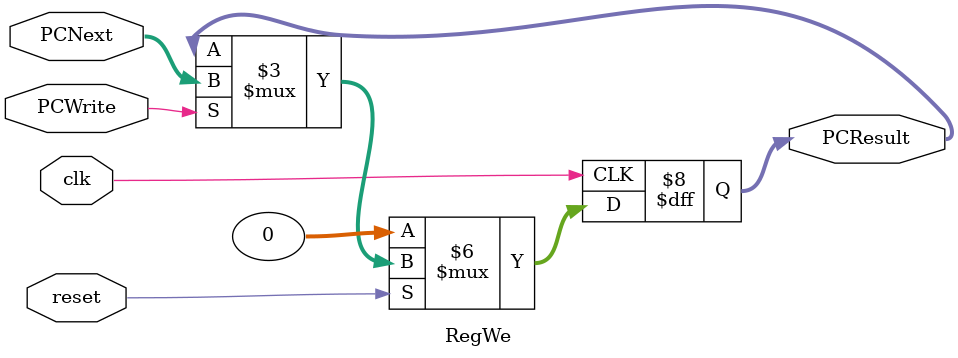
<source format=sv>

module RegWe (PCNext, PCResult, reset, clk,PCWrite);
  
    input               reset;                  // Reset: 1-Bit input control signal.
    input               clk;                    // Clk: 1-Bit input clock signal.
    input               PCWrite;                // PCWrite: 1-Bit input write enable.
  
    input       [31:0]  PCNext;                 // Address: 32-Bit address input port.

    output reg  [31:0]  PCResult;               // PCResult: 32-Bit registered output port.

  
    always @(posedge clk)
    begin
      
      if (!reset)PCResult <= 32'h00000000;           // INITIALIZE OUTPUT IN ZERO

      else if (PCWrite)PCResult <= PCNext;             // ASSIGN THE INPUT VALUE TO OUTPUT

    end

endmodule
</source>
